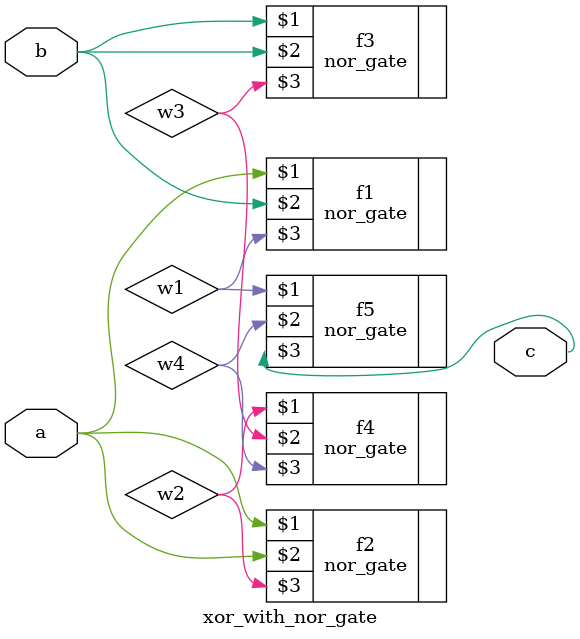
<source format=v>
`include "nor_gate.v"
module xor_with_nor_gate(a,b,c);

input a,b;
output c;

wire w1,w2,w3,w4;

nor_gate f1(a,b,w1);
nor_gate f2(a,a,w2);
nor_gate f3(b,b,w3);
nor_gate f4(w2,w3,w4);
nor_gate f5(w1,w4,c);

endmodule
</source>
